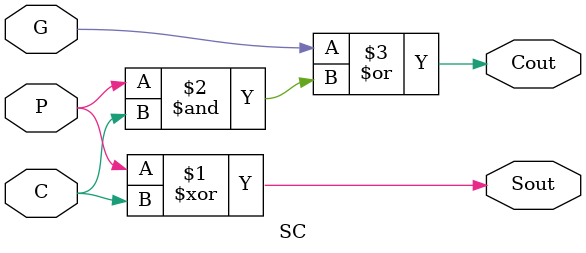
<source format=v>
module SC(
    input P,
    input C,
    input G,
    output Cout,
    output Sout
    );
	assign Sout = P ^ C;
	assign Cout = G | (P&C);

endmodule

</source>
